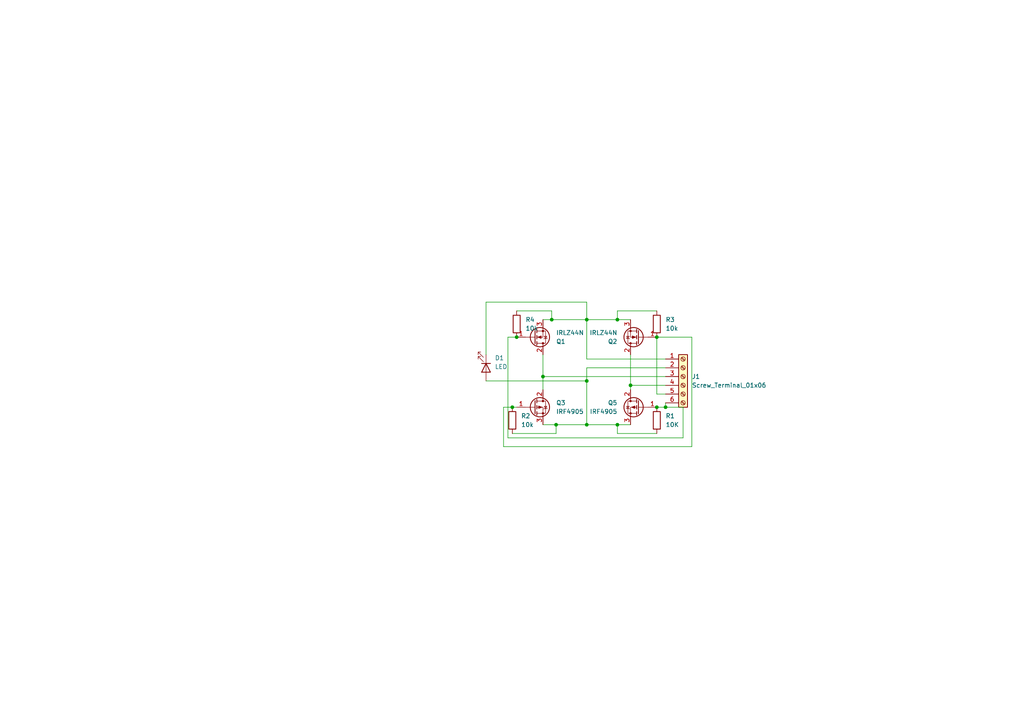
<source format=kicad_sch>
(kicad_sch
	(version 20231120)
	(generator "eeschema")
	(generator_version "8.0")
	(uuid "1695e9ef-ac52-4f5c-9e64-b3c4bf0304b5")
	(paper "A4")
	(lib_symbols
		(symbol "Connector:Screw_Terminal_01x06"
			(pin_names
				(offset 1.016) hide)
			(exclude_from_sim no)
			(in_bom yes)
			(on_board yes)
			(property "Reference" "J"
				(at 0 7.62 0)
				(effects
					(font
						(size 1.27 1.27)
					)
				)
			)
			(property "Value" "Screw_Terminal_01x06"
				(at 0 -10.16 0)
				(effects
					(font
						(size 1.27 1.27)
					)
				)
			)
			(property "Footprint" ""
				(at 0 0 0)
				(effects
					(font
						(size 1.27 1.27)
					)
					(hide yes)
				)
			)
			(property "Datasheet" "~"
				(at 0 0 0)
				(effects
					(font
						(size 1.27 1.27)
					)
					(hide yes)
				)
			)
			(property "Description" "Generic screw terminal, single row, 01x06, script generated (kicad-library-utils/schlib/autogen/connector/)"
				(at 0 0 0)
				(effects
					(font
						(size 1.27 1.27)
					)
					(hide yes)
				)
			)
			(property "ki_keywords" "screw terminal"
				(at 0 0 0)
				(effects
					(font
						(size 1.27 1.27)
					)
					(hide yes)
				)
			)
			(property "ki_fp_filters" "TerminalBlock*:*"
				(at 0 0 0)
				(effects
					(font
						(size 1.27 1.27)
					)
					(hide yes)
				)
			)
			(symbol "Screw_Terminal_01x06_1_1"
				(rectangle
					(start -1.27 6.35)
					(end 1.27 -8.89)
					(stroke
						(width 0.254)
						(type default)
					)
					(fill
						(type background)
					)
				)
				(circle
					(center 0 -7.62)
					(radius 0.635)
					(stroke
						(width 0.1524)
						(type default)
					)
					(fill
						(type none)
					)
				)
				(circle
					(center 0 -5.08)
					(radius 0.635)
					(stroke
						(width 0.1524)
						(type default)
					)
					(fill
						(type none)
					)
				)
				(circle
					(center 0 -2.54)
					(radius 0.635)
					(stroke
						(width 0.1524)
						(type default)
					)
					(fill
						(type none)
					)
				)
				(polyline
					(pts
						(xy -0.5334 -7.2898) (xy 0.3302 -8.128)
					)
					(stroke
						(width 0.1524)
						(type default)
					)
					(fill
						(type none)
					)
				)
				(polyline
					(pts
						(xy -0.5334 -4.7498) (xy 0.3302 -5.588)
					)
					(stroke
						(width 0.1524)
						(type default)
					)
					(fill
						(type none)
					)
				)
				(polyline
					(pts
						(xy -0.5334 -2.2098) (xy 0.3302 -3.048)
					)
					(stroke
						(width 0.1524)
						(type default)
					)
					(fill
						(type none)
					)
				)
				(polyline
					(pts
						(xy -0.5334 0.3302) (xy 0.3302 -0.508)
					)
					(stroke
						(width 0.1524)
						(type default)
					)
					(fill
						(type none)
					)
				)
				(polyline
					(pts
						(xy -0.5334 2.8702) (xy 0.3302 2.032)
					)
					(stroke
						(width 0.1524)
						(type default)
					)
					(fill
						(type none)
					)
				)
				(polyline
					(pts
						(xy -0.5334 5.4102) (xy 0.3302 4.572)
					)
					(stroke
						(width 0.1524)
						(type default)
					)
					(fill
						(type none)
					)
				)
				(polyline
					(pts
						(xy -0.3556 -7.112) (xy 0.508 -7.9502)
					)
					(stroke
						(width 0.1524)
						(type default)
					)
					(fill
						(type none)
					)
				)
				(polyline
					(pts
						(xy -0.3556 -4.572) (xy 0.508 -5.4102)
					)
					(stroke
						(width 0.1524)
						(type default)
					)
					(fill
						(type none)
					)
				)
				(polyline
					(pts
						(xy -0.3556 -2.032) (xy 0.508 -2.8702)
					)
					(stroke
						(width 0.1524)
						(type default)
					)
					(fill
						(type none)
					)
				)
				(polyline
					(pts
						(xy -0.3556 0.508) (xy 0.508 -0.3302)
					)
					(stroke
						(width 0.1524)
						(type default)
					)
					(fill
						(type none)
					)
				)
				(polyline
					(pts
						(xy -0.3556 3.048) (xy 0.508 2.2098)
					)
					(stroke
						(width 0.1524)
						(type default)
					)
					(fill
						(type none)
					)
				)
				(polyline
					(pts
						(xy -0.3556 5.588) (xy 0.508 4.7498)
					)
					(stroke
						(width 0.1524)
						(type default)
					)
					(fill
						(type none)
					)
				)
				(circle
					(center 0 0)
					(radius 0.635)
					(stroke
						(width 0.1524)
						(type default)
					)
					(fill
						(type none)
					)
				)
				(circle
					(center 0 2.54)
					(radius 0.635)
					(stroke
						(width 0.1524)
						(type default)
					)
					(fill
						(type none)
					)
				)
				(circle
					(center 0 5.08)
					(radius 0.635)
					(stroke
						(width 0.1524)
						(type default)
					)
					(fill
						(type none)
					)
				)
				(pin passive line
					(at -5.08 5.08 0)
					(length 3.81)
					(name "Pin_1"
						(effects
							(font
								(size 1.27 1.27)
							)
						)
					)
					(number "1"
						(effects
							(font
								(size 1.27 1.27)
							)
						)
					)
				)
				(pin passive line
					(at -5.08 2.54 0)
					(length 3.81)
					(name "Pin_2"
						(effects
							(font
								(size 1.27 1.27)
							)
						)
					)
					(number "2"
						(effects
							(font
								(size 1.27 1.27)
							)
						)
					)
				)
				(pin passive line
					(at -5.08 0 0)
					(length 3.81)
					(name "Pin_3"
						(effects
							(font
								(size 1.27 1.27)
							)
						)
					)
					(number "3"
						(effects
							(font
								(size 1.27 1.27)
							)
						)
					)
				)
				(pin passive line
					(at -5.08 -2.54 0)
					(length 3.81)
					(name "Pin_4"
						(effects
							(font
								(size 1.27 1.27)
							)
						)
					)
					(number "4"
						(effects
							(font
								(size 1.27 1.27)
							)
						)
					)
				)
				(pin passive line
					(at -5.08 -5.08 0)
					(length 3.81)
					(name "Pin_5"
						(effects
							(font
								(size 1.27 1.27)
							)
						)
					)
					(number "5"
						(effects
							(font
								(size 1.27 1.27)
							)
						)
					)
				)
				(pin passive line
					(at -5.08 -7.62 0)
					(length 3.81)
					(name "Pin_6"
						(effects
							(font
								(size 1.27 1.27)
							)
						)
					)
					(number "6"
						(effects
							(font
								(size 1.27 1.27)
							)
						)
					)
				)
			)
		)
		(symbol "Device:LED"
			(pin_numbers hide)
			(pin_names
				(offset 1.016) hide)
			(exclude_from_sim no)
			(in_bom yes)
			(on_board yes)
			(property "Reference" "D"
				(at 0 2.54 0)
				(effects
					(font
						(size 1.27 1.27)
					)
				)
			)
			(property "Value" "LED"
				(at 0 -2.54 0)
				(effects
					(font
						(size 1.27 1.27)
					)
				)
			)
			(property "Footprint" ""
				(at 0 0 0)
				(effects
					(font
						(size 1.27 1.27)
					)
					(hide yes)
				)
			)
			(property "Datasheet" "~"
				(at 0 0 0)
				(effects
					(font
						(size 1.27 1.27)
					)
					(hide yes)
				)
			)
			(property "Description" "Light emitting diode"
				(at 0 0 0)
				(effects
					(font
						(size 1.27 1.27)
					)
					(hide yes)
				)
			)
			(property "ki_keywords" "LED diode"
				(at 0 0 0)
				(effects
					(font
						(size 1.27 1.27)
					)
					(hide yes)
				)
			)
			(property "ki_fp_filters" "LED* LED_SMD:* LED_THT:*"
				(at 0 0 0)
				(effects
					(font
						(size 1.27 1.27)
					)
					(hide yes)
				)
			)
			(symbol "LED_0_1"
				(polyline
					(pts
						(xy -1.27 -1.27) (xy -1.27 1.27)
					)
					(stroke
						(width 0.254)
						(type default)
					)
					(fill
						(type none)
					)
				)
				(polyline
					(pts
						(xy -1.27 0) (xy 1.27 0)
					)
					(stroke
						(width 0)
						(type default)
					)
					(fill
						(type none)
					)
				)
				(polyline
					(pts
						(xy 1.27 -1.27) (xy 1.27 1.27) (xy -1.27 0) (xy 1.27 -1.27)
					)
					(stroke
						(width 0.254)
						(type default)
					)
					(fill
						(type none)
					)
				)
				(polyline
					(pts
						(xy -3.048 -0.762) (xy -4.572 -2.286) (xy -3.81 -2.286) (xy -4.572 -2.286) (xy -4.572 -1.524)
					)
					(stroke
						(width 0)
						(type default)
					)
					(fill
						(type none)
					)
				)
				(polyline
					(pts
						(xy -1.778 -0.762) (xy -3.302 -2.286) (xy -2.54 -2.286) (xy -3.302 -2.286) (xy -3.302 -1.524)
					)
					(stroke
						(width 0)
						(type default)
					)
					(fill
						(type none)
					)
				)
			)
			(symbol "LED_1_1"
				(pin passive line
					(at -3.81 0 0)
					(length 2.54)
					(name "K"
						(effects
							(font
								(size 1.27 1.27)
							)
						)
					)
					(number "1"
						(effects
							(font
								(size 1.27 1.27)
							)
						)
					)
				)
				(pin passive line
					(at 3.81 0 180)
					(length 2.54)
					(name "A"
						(effects
							(font
								(size 1.27 1.27)
							)
						)
					)
					(number "2"
						(effects
							(font
								(size 1.27 1.27)
							)
						)
					)
				)
			)
		)
		(symbol "Device:R"
			(pin_numbers hide)
			(pin_names
				(offset 0)
			)
			(exclude_from_sim no)
			(in_bom yes)
			(on_board yes)
			(property "Reference" "R"
				(at 2.032 0 90)
				(effects
					(font
						(size 1.27 1.27)
					)
				)
			)
			(property "Value" "R"
				(at 0 0 90)
				(effects
					(font
						(size 1.27 1.27)
					)
				)
			)
			(property "Footprint" ""
				(at -1.778 0 90)
				(effects
					(font
						(size 1.27 1.27)
					)
					(hide yes)
				)
			)
			(property "Datasheet" "~"
				(at 0 0 0)
				(effects
					(font
						(size 1.27 1.27)
					)
					(hide yes)
				)
			)
			(property "Description" "Resistor"
				(at 0 0 0)
				(effects
					(font
						(size 1.27 1.27)
					)
					(hide yes)
				)
			)
			(property "ki_keywords" "R res resistor"
				(at 0 0 0)
				(effects
					(font
						(size 1.27 1.27)
					)
					(hide yes)
				)
			)
			(property "ki_fp_filters" "R_*"
				(at 0 0 0)
				(effects
					(font
						(size 1.27 1.27)
					)
					(hide yes)
				)
			)
			(symbol "R_0_1"
				(rectangle
					(start -1.016 -2.54)
					(end 1.016 2.54)
					(stroke
						(width 0.254)
						(type default)
					)
					(fill
						(type none)
					)
				)
			)
			(symbol "R_1_1"
				(pin passive line
					(at 0 3.81 270)
					(length 1.27)
					(name "~"
						(effects
							(font
								(size 1.27 1.27)
							)
						)
					)
					(number "1"
						(effects
							(font
								(size 1.27 1.27)
							)
						)
					)
				)
				(pin passive line
					(at 0 -3.81 90)
					(length 1.27)
					(name "~"
						(effects
							(font
								(size 1.27 1.27)
							)
						)
					)
					(number "2"
						(effects
							(font
								(size 1.27 1.27)
							)
						)
					)
				)
			)
		)
		(symbol "Transistor_FET:IRF4905"
			(pin_names hide)
			(exclude_from_sim no)
			(in_bom yes)
			(on_board yes)
			(property "Reference" "Q"
				(at 5.08 1.905 0)
				(effects
					(font
						(size 1.27 1.27)
					)
					(justify left)
				)
			)
			(property "Value" "IRF4905"
				(at 5.08 0 0)
				(effects
					(font
						(size 1.27 1.27)
					)
					(justify left)
				)
			)
			(property "Footprint" "Package_TO_SOT_THT:TO-220-3_Vertical"
				(at 5.08 -1.905 0)
				(effects
					(font
						(size 1.27 1.27)
						(italic yes)
					)
					(justify left)
					(hide yes)
				)
			)
			(property "Datasheet" "http://www.infineon.com/dgdl/irf4905.pdf?fileId=5546d462533600a4015355e32165197c"
				(at 5.08 -3.81 0)
				(effects
					(font
						(size 1.27 1.27)
					)
					(justify left)
					(hide yes)
				)
			)
			(property "Description" "-74A Id, -55V Vds, Single P-Channel HEXFET Power MOSFET, 20mOhm Ron, TO-220AB"
				(at 0 0 0)
				(effects
					(font
						(size 1.27 1.27)
					)
					(hide yes)
				)
			)
			(property "ki_keywords" "Single P-Channel HEXFET Power MOSFET"
				(at 0 0 0)
				(effects
					(font
						(size 1.27 1.27)
					)
					(hide yes)
				)
			)
			(property "ki_fp_filters" "TO?220*"
				(at 0 0 0)
				(effects
					(font
						(size 1.27 1.27)
					)
					(hide yes)
				)
			)
			(symbol "IRF4905_0_1"
				(polyline
					(pts
						(xy 0.254 0) (xy -2.54 0)
					)
					(stroke
						(width 0)
						(type default)
					)
					(fill
						(type none)
					)
				)
				(polyline
					(pts
						(xy 0.254 1.905) (xy 0.254 -1.905)
					)
					(stroke
						(width 0.254)
						(type default)
					)
					(fill
						(type none)
					)
				)
				(polyline
					(pts
						(xy 0.762 -1.27) (xy 0.762 -2.286)
					)
					(stroke
						(width 0.254)
						(type default)
					)
					(fill
						(type none)
					)
				)
				(polyline
					(pts
						(xy 0.762 0.508) (xy 0.762 -0.508)
					)
					(stroke
						(width 0.254)
						(type default)
					)
					(fill
						(type none)
					)
				)
				(polyline
					(pts
						(xy 0.762 2.286) (xy 0.762 1.27)
					)
					(stroke
						(width 0.254)
						(type default)
					)
					(fill
						(type none)
					)
				)
				(polyline
					(pts
						(xy 2.54 2.54) (xy 2.54 1.778)
					)
					(stroke
						(width 0)
						(type default)
					)
					(fill
						(type none)
					)
				)
				(polyline
					(pts
						(xy 2.54 -2.54) (xy 2.54 0) (xy 0.762 0)
					)
					(stroke
						(width 0)
						(type default)
					)
					(fill
						(type none)
					)
				)
				(polyline
					(pts
						(xy 0.762 1.778) (xy 3.302 1.778) (xy 3.302 -1.778) (xy 0.762 -1.778)
					)
					(stroke
						(width 0)
						(type default)
					)
					(fill
						(type none)
					)
				)
				(polyline
					(pts
						(xy 2.286 0) (xy 1.27 0.381) (xy 1.27 -0.381) (xy 2.286 0)
					)
					(stroke
						(width 0)
						(type default)
					)
					(fill
						(type outline)
					)
				)
				(polyline
					(pts
						(xy 2.794 -0.508) (xy 2.921 -0.381) (xy 3.683 -0.381) (xy 3.81 -0.254)
					)
					(stroke
						(width 0)
						(type default)
					)
					(fill
						(type none)
					)
				)
				(polyline
					(pts
						(xy 3.302 -0.381) (xy 2.921 0.254) (xy 3.683 0.254) (xy 3.302 -0.381)
					)
					(stroke
						(width 0)
						(type default)
					)
					(fill
						(type none)
					)
				)
				(circle
					(center 1.651 0)
					(radius 2.794)
					(stroke
						(width 0.254)
						(type default)
					)
					(fill
						(type none)
					)
				)
				(circle
					(center 2.54 -1.778)
					(radius 0.254)
					(stroke
						(width 0)
						(type default)
					)
					(fill
						(type outline)
					)
				)
				(circle
					(center 2.54 1.778)
					(radius 0.254)
					(stroke
						(width 0)
						(type default)
					)
					(fill
						(type outline)
					)
				)
			)
			(symbol "IRF4905_1_1"
				(pin input line
					(at -5.08 0 0)
					(length 2.54)
					(name "G"
						(effects
							(font
								(size 1.27 1.27)
							)
						)
					)
					(number "1"
						(effects
							(font
								(size 1.27 1.27)
							)
						)
					)
				)
				(pin passive line
					(at 2.54 5.08 270)
					(length 2.54)
					(name "D"
						(effects
							(font
								(size 1.27 1.27)
							)
						)
					)
					(number "2"
						(effects
							(font
								(size 1.27 1.27)
							)
						)
					)
				)
				(pin passive line
					(at 2.54 -5.08 90)
					(length 2.54)
					(name "S"
						(effects
							(font
								(size 1.27 1.27)
							)
						)
					)
					(number "3"
						(effects
							(font
								(size 1.27 1.27)
							)
						)
					)
				)
			)
		)
		(symbol "Transistor_FET:IRLZ44N"
			(pin_names hide)
			(exclude_from_sim no)
			(in_bom yes)
			(on_board yes)
			(property "Reference" "Q"
				(at 5.08 1.905 0)
				(effects
					(font
						(size 1.27 1.27)
					)
					(justify left)
				)
			)
			(property "Value" "IRLZ44N"
				(at 5.08 0 0)
				(effects
					(font
						(size 1.27 1.27)
					)
					(justify left)
				)
			)
			(property "Footprint" "Package_TO_SOT_THT:TO-220-3_Vertical"
				(at 5.08 -1.905 0)
				(effects
					(font
						(size 1.27 1.27)
						(italic yes)
					)
					(justify left)
					(hide yes)
				)
			)
			(property "Datasheet" "http://www.irf.com/product-info/datasheets/data/irlz44n.pdf"
				(at 5.08 -3.81 0)
				(effects
					(font
						(size 1.27 1.27)
					)
					(justify left)
					(hide yes)
				)
			)
			(property "Description" "47A Id, 55V Vds, 22mOhm Rds Single N-Channel HEXFET Power MOSFET, TO-220AB"
				(at 0 0 0)
				(effects
					(font
						(size 1.27 1.27)
					)
					(hide yes)
				)
			)
			(property "ki_keywords" "N-Channel HEXFET MOSFET Logic-Level"
				(at 0 0 0)
				(effects
					(font
						(size 1.27 1.27)
					)
					(hide yes)
				)
			)
			(property "ki_fp_filters" "TO?220*"
				(at 0 0 0)
				(effects
					(font
						(size 1.27 1.27)
					)
					(hide yes)
				)
			)
			(symbol "IRLZ44N_0_1"
				(polyline
					(pts
						(xy 0.254 0) (xy -2.54 0)
					)
					(stroke
						(width 0)
						(type default)
					)
					(fill
						(type none)
					)
				)
				(polyline
					(pts
						(xy 0.254 1.905) (xy 0.254 -1.905)
					)
					(stroke
						(width 0.254)
						(type default)
					)
					(fill
						(type none)
					)
				)
				(polyline
					(pts
						(xy 0.762 -1.27) (xy 0.762 -2.286)
					)
					(stroke
						(width 0.254)
						(type default)
					)
					(fill
						(type none)
					)
				)
				(polyline
					(pts
						(xy 0.762 0.508) (xy 0.762 -0.508)
					)
					(stroke
						(width 0.254)
						(type default)
					)
					(fill
						(type none)
					)
				)
				(polyline
					(pts
						(xy 0.762 2.286) (xy 0.762 1.27)
					)
					(stroke
						(width 0.254)
						(type default)
					)
					(fill
						(type none)
					)
				)
				(polyline
					(pts
						(xy 2.54 2.54) (xy 2.54 1.778)
					)
					(stroke
						(width 0)
						(type default)
					)
					(fill
						(type none)
					)
				)
				(polyline
					(pts
						(xy 2.54 -2.54) (xy 2.54 0) (xy 0.762 0)
					)
					(stroke
						(width 0)
						(type default)
					)
					(fill
						(type none)
					)
				)
				(polyline
					(pts
						(xy 0.762 -1.778) (xy 3.302 -1.778) (xy 3.302 1.778) (xy 0.762 1.778)
					)
					(stroke
						(width 0)
						(type default)
					)
					(fill
						(type none)
					)
				)
				(polyline
					(pts
						(xy 1.016 0) (xy 2.032 0.381) (xy 2.032 -0.381) (xy 1.016 0)
					)
					(stroke
						(width 0)
						(type default)
					)
					(fill
						(type outline)
					)
				)
				(polyline
					(pts
						(xy 2.794 0.508) (xy 2.921 0.381) (xy 3.683 0.381) (xy 3.81 0.254)
					)
					(stroke
						(width 0)
						(type default)
					)
					(fill
						(type none)
					)
				)
				(polyline
					(pts
						(xy 3.302 0.381) (xy 2.921 -0.254) (xy 3.683 -0.254) (xy 3.302 0.381)
					)
					(stroke
						(width 0)
						(type default)
					)
					(fill
						(type none)
					)
				)
				(circle
					(center 1.651 0)
					(radius 2.794)
					(stroke
						(width 0.254)
						(type default)
					)
					(fill
						(type none)
					)
				)
				(circle
					(center 2.54 -1.778)
					(radius 0.254)
					(stroke
						(width 0)
						(type default)
					)
					(fill
						(type outline)
					)
				)
				(circle
					(center 2.54 1.778)
					(radius 0.254)
					(stroke
						(width 0)
						(type default)
					)
					(fill
						(type outline)
					)
				)
			)
			(symbol "IRLZ44N_1_1"
				(pin input line
					(at -5.08 0 0)
					(length 2.54)
					(name "G"
						(effects
							(font
								(size 1.27 1.27)
							)
						)
					)
					(number "1"
						(effects
							(font
								(size 1.27 1.27)
							)
						)
					)
				)
				(pin passive line
					(at 2.54 5.08 270)
					(length 2.54)
					(name "D"
						(effects
							(font
								(size 1.27 1.27)
							)
						)
					)
					(number "2"
						(effects
							(font
								(size 1.27 1.27)
							)
						)
					)
				)
				(pin passive line
					(at 2.54 -5.08 90)
					(length 2.54)
					(name "S"
						(effects
							(font
								(size 1.27 1.27)
							)
						)
					)
					(number "3"
						(effects
							(font
								(size 1.27 1.27)
							)
						)
					)
				)
			)
		)
	)
	(junction
		(at 161.29 123.19)
		(diameter 0)
		(color 0 0 0 0)
		(uuid "0ac53633-84c3-4f5d-9db7-3c745e0cdf53")
	)
	(junction
		(at 148.59 118.11)
		(diameter 0)
		(color 0 0 0 0)
		(uuid "18c753f3-e49d-4926-9caa-46f10094d659")
	)
	(junction
		(at 190.5 97.79)
		(diameter 0)
		(color 0 0 0 0)
		(uuid "1a043648-89a7-400f-8579-9c0fd929737e")
	)
	(junction
		(at 170.18 92.71)
		(diameter 0)
		(color 0 0 0 0)
		(uuid "3ad92d7b-dd17-4ffa-931f-236b80526e87")
	)
	(junction
		(at 149.86 97.79)
		(diameter 0)
		(color 0 0 0 0)
		(uuid "680a1731-8010-4e9f-8e9f-d5913f1637cb")
	)
	(junction
		(at 179.07 92.71)
		(diameter 0)
		(color 0 0 0 0)
		(uuid "6f543d6d-1044-4d56-8c52-9f3525ea4722")
	)
	(junction
		(at 190.5 118.11)
		(diameter 0)
		(color 0 0 0 0)
		(uuid "851b805d-3db9-4fbc-8967-5077768fddfa")
	)
	(junction
		(at 182.88 111.76)
		(diameter 0)
		(color 0 0 0 0)
		(uuid "89dc4adc-9e86-485c-acd4-32f01ce7ed72")
	)
	(junction
		(at 170.18 110.49)
		(diameter 0)
		(color 0 0 0 0)
		(uuid "89f93c80-9795-4b28-9e0a-672b9629cc4c")
	)
	(junction
		(at 160.02 92.71)
		(diameter 0)
		(color 0 0 0 0)
		(uuid "a41a52dd-a91f-45cf-8676-2bfdb5c33f9d")
	)
	(junction
		(at 193.04 118.11)
		(diameter 0)
		(color 0 0 0 0)
		(uuid "acc5bb9a-b9ad-44e7-94ba-52616ca3dbe0")
	)
	(junction
		(at 179.07 123.19)
		(diameter 0)
		(color 0 0 0 0)
		(uuid "d158fdcc-ac38-400f-b895-97d6d3e65a4f")
	)
	(junction
		(at 157.48 109.22)
		(diameter 0)
		(color 0 0 0 0)
		(uuid "ed0f91f0-2bba-45c6-a697-1957330546db")
	)
	(junction
		(at 170.18 123.19)
		(diameter 0)
		(color 0 0 0 0)
		(uuid "fd69f7eb-5ab0-4c3e-a4a4-d49100646c38")
	)
	(wire
		(pts
			(xy 146.05 118.11) (xy 146.05 129.54)
		)
		(stroke
			(width 0)
			(type default)
		)
		(uuid "060a2505-a313-41e9-b808-61cb90f70643")
	)
	(wire
		(pts
			(xy 193.04 106.68) (xy 170.18 106.68)
		)
		(stroke
			(width 0)
			(type default)
		)
		(uuid "1b9e4a5f-4481-4cce-bb40-9c393072b472")
	)
	(wire
		(pts
			(xy 193.04 118.11) (xy 190.5 118.11)
		)
		(stroke
			(width 0)
			(type default)
		)
		(uuid "1fee9ea1-cf10-41ce-aea2-82f0d76bd14c")
	)
	(wire
		(pts
			(xy 147.32 127) (xy 198.12 127)
		)
		(stroke
			(width 0)
			(type default)
		)
		(uuid "287c9b2a-477f-432b-b662-3b7f8de20b50")
	)
	(wire
		(pts
			(xy 190.5 125.73) (xy 179.07 125.73)
		)
		(stroke
			(width 0)
			(type default)
		)
		(uuid "29770868-3e0a-4ba3-84c9-684ea0fec02b")
	)
	(wire
		(pts
			(xy 149.86 90.17) (xy 160.02 90.17)
		)
		(stroke
			(width 0)
			(type default)
		)
		(uuid "2dfddbf9-6fcb-4452-821d-7b0e311627b0")
	)
	(wire
		(pts
			(xy 140.97 110.49) (xy 170.18 110.49)
		)
		(stroke
			(width 0)
			(type default)
		)
		(uuid "31a5952a-981e-4dcf-a6ad-ca959c601166")
	)
	(wire
		(pts
			(xy 170.18 110.49) (xy 170.18 123.19)
		)
		(stroke
			(width 0)
			(type default)
		)
		(uuid "32cee59b-4540-422c-8bd8-d39bc1ee3b22")
	)
	(wire
		(pts
			(xy 179.07 90.17) (xy 179.07 92.71)
		)
		(stroke
			(width 0)
			(type default)
		)
		(uuid "36021d0a-00fc-4885-84e5-87d42ea82747")
	)
	(wire
		(pts
			(xy 190.5 114.3) (xy 190.5 97.79)
		)
		(stroke
			(width 0)
			(type default)
		)
		(uuid "3d406df6-8f6e-4c97-95c2-c3f58fb66b75")
	)
	(wire
		(pts
			(xy 160.02 90.17) (xy 160.02 92.71)
		)
		(stroke
			(width 0)
			(type default)
		)
		(uuid "3fe4517f-2fa3-4db3-aafa-f7597abdb6b3")
	)
	(wire
		(pts
			(xy 148.59 118.11) (xy 146.05 118.11)
		)
		(stroke
			(width 0)
			(type default)
		)
		(uuid "47dd3603-23a1-4e73-81c9-26b0d7d754b8")
	)
	(wire
		(pts
			(xy 148.59 125.73) (xy 161.29 125.73)
		)
		(stroke
			(width 0)
			(type default)
		)
		(uuid "599d942e-157d-4b9c-983b-c5c0e480354e")
	)
	(wire
		(pts
			(xy 157.48 109.22) (xy 193.04 109.22)
		)
		(stroke
			(width 0)
			(type default)
		)
		(uuid "5e2c0579-233c-4c97-98b7-40075656bbc5")
	)
	(wire
		(pts
			(xy 190.5 90.17) (xy 179.07 90.17)
		)
		(stroke
			(width 0)
			(type default)
		)
		(uuid "6292561f-4628-436b-97a0-5170c442a822")
	)
	(wire
		(pts
			(xy 198.12 118.11) (xy 198.12 127)
		)
		(stroke
			(width 0)
			(type default)
		)
		(uuid "63479b05-0808-478d-8c79-66e638acead2")
	)
	(wire
		(pts
			(xy 182.88 111.76) (xy 193.04 111.76)
		)
		(stroke
			(width 0)
			(type default)
		)
		(uuid "6df75d21-575b-41e1-b717-6686e4377e15")
	)
	(wire
		(pts
			(xy 157.48 123.19) (xy 161.29 123.19)
		)
		(stroke
			(width 0)
			(type default)
		)
		(uuid "6fccd3f9-3f75-4aff-9326-450a1992d0c2")
	)
	(wire
		(pts
			(xy 161.29 123.19) (xy 170.18 123.19)
		)
		(stroke
			(width 0)
			(type default)
		)
		(uuid "70410ebb-a4db-4508-ad32-6a5e8ad32cdb")
	)
	(wire
		(pts
			(xy 170.18 106.68) (xy 170.18 110.49)
		)
		(stroke
			(width 0)
			(type default)
		)
		(uuid "74787394-48c6-44af-9551-1276503c4886")
	)
	(wire
		(pts
			(xy 170.18 87.63) (xy 170.18 92.71)
		)
		(stroke
			(width 0)
			(type default)
		)
		(uuid "7cbe6bd4-eda3-437e-aa1d-0655de16ebb7")
	)
	(wire
		(pts
			(xy 170.18 92.71) (xy 179.07 92.71)
		)
		(stroke
			(width 0)
			(type default)
		)
		(uuid "7d0e7681-cb36-4b9e-ab23-cb127f52abc6")
	)
	(wire
		(pts
			(xy 146.05 129.54) (xy 200.66 129.54)
		)
		(stroke
			(width 0)
			(type default)
		)
		(uuid "8314e749-3d3b-42a3-808e-7d6e161ed875")
	)
	(wire
		(pts
			(xy 147.32 97.79) (xy 149.86 97.79)
		)
		(stroke
			(width 0)
			(type default)
		)
		(uuid "90bf673a-5e0d-4a4c-b3d7-1bc61ac53eb0")
	)
	(wire
		(pts
			(xy 200.66 97.79) (xy 190.5 97.79)
		)
		(stroke
			(width 0)
			(type default)
		)
		(uuid "93276d5d-6e7b-4e06-b162-161290eac0c8")
	)
	(wire
		(pts
			(xy 157.48 102.87) (xy 157.48 109.22)
		)
		(stroke
			(width 0)
			(type default)
		)
		(uuid "93b677db-d2c5-439b-b10b-d930f5c25ae7")
	)
	(wire
		(pts
			(xy 179.07 92.71) (xy 182.88 92.71)
		)
		(stroke
			(width 0)
			(type default)
		)
		(uuid "987573d4-1c05-4dbd-8aff-142f2a02e76e")
	)
	(wire
		(pts
			(xy 161.29 125.73) (xy 161.29 123.19)
		)
		(stroke
			(width 0)
			(type default)
		)
		(uuid "9a13cb12-eb33-4b01-96bd-530e4ce6625f")
	)
	(wire
		(pts
			(xy 140.97 102.87) (xy 140.97 87.63)
		)
		(stroke
			(width 0)
			(type default)
		)
		(uuid "9da18f63-6f61-4429-a169-006352724b1a")
	)
	(wire
		(pts
			(xy 170.18 104.14) (xy 170.18 92.71)
		)
		(stroke
			(width 0)
			(type default)
		)
		(uuid "a9250542-e8b6-44ef-88cf-a732bd64cfa0")
	)
	(wire
		(pts
			(xy 182.88 102.87) (xy 182.88 111.76)
		)
		(stroke
			(width 0)
			(type default)
		)
		(uuid "b4c259a0-cfdb-4d51-9c2e-3ac6ed9701e0")
	)
	(wire
		(pts
			(xy 179.07 123.19) (xy 182.88 123.19)
		)
		(stroke
			(width 0)
			(type default)
		)
		(uuid "bc5761d1-ca0b-44ef-908a-83b55fba787a")
	)
	(wire
		(pts
			(xy 170.18 123.19) (xy 179.07 123.19)
		)
		(stroke
			(width 0)
			(type default)
		)
		(uuid "c136e847-1f8c-487f-b792-6b4c5f49e30b")
	)
	(wire
		(pts
			(xy 148.59 118.11) (xy 149.86 118.11)
		)
		(stroke
			(width 0)
			(type default)
		)
		(uuid "c48fd8cd-2729-40ae-bfaa-4bef60d30780")
	)
	(wire
		(pts
			(xy 182.88 111.76) (xy 182.88 113.03)
		)
		(stroke
			(width 0)
			(type default)
		)
		(uuid "c4bcfa07-badb-4762-97e7-b22602fe00c8")
	)
	(wire
		(pts
			(xy 157.48 109.22) (xy 157.48 113.03)
		)
		(stroke
			(width 0)
			(type default)
		)
		(uuid "cd1d9139-cbcc-43d9-a61d-5296d7306698")
	)
	(wire
		(pts
			(xy 200.66 97.79) (xy 200.66 129.54)
		)
		(stroke
			(width 0)
			(type default)
		)
		(uuid "cde30695-bdec-4431-b7dc-788a6da5a5e9")
	)
	(wire
		(pts
			(xy 160.02 92.71) (xy 170.18 92.71)
		)
		(stroke
			(width 0)
			(type default)
		)
		(uuid "ce28a177-8a21-4323-9dd8-2b11e93039cb")
	)
	(wire
		(pts
			(xy 193.04 116.84) (xy 193.04 118.11)
		)
		(stroke
			(width 0)
			(type default)
		)
		(uuid "d57ae4e5-c45a-473a-a105-509ea4a3c5ee")
	)
	(wire
		(pts
			(xy 193.04 104.14) (xy 170.18 104.14)
		)
		(stroke
			(width 0)
			(type default)
		)
		(uuid "da2be55d-5368-4a6f-90c7-d7493e783873")
	)
	(wire
		(pts
			(xy 147.32 97.79) (xy 147.32 127)
		)
		(stroke
			(width 0)
			(type default)
		)
		(uuid "dbc2c427-8318-4255-903c-d88186e963d4")
	)
	(wire
		(pts
			(xy 157.48 92.71) (xy 160.02 92.71)
		)
		(stroke
			(width 0)
			(type default)
		)
		(uuid "e24f94ac-2b3e-420e-9372-c48686e76836")
	)
	(wire
		(pts
			(xy 179.07 125.73) (xy 179.07 123.19)
		)
		(stroke
			(width 0)
			(type default)
		)
		(uuid "f2fe61a2-a6d9-4131-8fda-e067cd0d1e8f")
	)
	(wire
		(pts
			(xy 198.12 118.11) (xy 193.04 118.11)
		)
		(stroke
			(width 0)
			(type default)
		)
		(uuid "f491f239-2497-4ae7-80f1-7aa3f1fb9e21")
	)
	(wire
		(pts
			(xy 193.04 114.3) (xy 190.5 114.3)
		)
		(stroke
			(width 0)
			(type default)
		)
		(uuid "fbae9509-6dea-4fa4-99f3-640c8ec50d0e")
	)
	(wire
		(pts
			(xy 140.97 87.63) (xy 170.18 87.63)
		)
		(stroke
			(width 0)
			(type default)
		)
		(uuid "fc6fa499-6bf3-43ce-bbe1-16704824c090")
	)
	(symbol
		(lib_id "Device:R")
		(at 148.59 121.92 0)
		(unit 1)
		(exclude_from_sim no)
		(in_bom yes)
		(on_board yes)
		(dnp no)
		(fields_autoplaced yes)
		(uuid "16fb5bc4-275c-4eb1-975e-89f222119099")
		(property "Reference" "R2"
			(at 151.13 120.6499 0)
			(effects
				(font
					(size 1.27 1.27)
				)
				(justify left)
			)
		)
		(property "Value" "10k"
			(at 151.13 123.1899 0)
			(effects
				(font
					(size 1.27 1.27)
				)
				(justify left)
			)
		)
		(property "Footprint" "Resistor_THT:R_Axial_DIN0207_L6.3mm_D2.5mm_P10.16mm_Horizontal"
			(at 146.812 121.92 90)
			(effects
				(font
					(size 1.27 1.27)
				)
				(hide yes)
			)
		)
		(property "Datasheet" "~"
			(at 148.59 121.92 0)
			(effects
				(font
					(size 1.27 1.27)
				)
				(hide yes)
			)
		)
		(property "Description" "Resistor"
			(at 148.59 121.92 0)
			(effects
				(font
					(size 1.27 1.27)
				)
				(hide yes)
			)
		)
		(pin "1"
			(uuid "dcb965b0-b008-4954-9ee1-0044d53633e5")
		)
		(pin "2"
			(uuid "08d9d40b-2994-40dd-a15e-1ad3619dff4a")
		)
		(instances
			(project "first proper pcb"
				(path "/1695e9ef-ac52-4f5c-9e64-b3c4bf0304b5"
					(reference "R2")
					(unit 1)
				)
			)
		)
	)
	(symbol
		(lib_id "Transistor_FET:IRF4905")
		(at 185.42 118.11 0)
		(mirror y)
		(unit 1)
		(exclude_from_sim no)
		(in_bom yes)
		(on_board yes)
		(dnp no)
		(uuid "3e34ccbe-8833-47d0-b06f-8f537c308629")
		(property "Reference" "Q5"
			(at 179.07 116.8399 0)
			(effects
				(font
					(size 1.27 1.27)
				)
				(justify left)
			)
		)
		(property "Value" "IRF4905"
			(at 179.07 119.3799 0)
			(effects
				(font
					(size 1.27 1.27)
				)
				(justify left)
			)
		)
		(property "Footprint" "Package_TO_SOT_THT:TO-220-3_Vertical"
			(at 180.34 120.015 0)
			(effects
				(font
					(size 1.27 1.27)
					(italic yes)
				)
				(justify left)
				(hide yes)
			)
		)
		(property "Datasheet" "http://www.infineon.com/dgdl/irf4905.pdf?fileId=5546d462533600a4015355e32165197c"
			(at 180.34 121.92 0)
			(effects
				(font
					(size 1.27 1.27)
				)
				(justify left)
				(hide yes)
			)
		)
		(property "Description" "-74A Id, -55V Vds, Single P-Channel HEXFET Power MOSFET, 20mOhm Ron, TO-220AB"
			(at 185.42 118.11 0)
			(effects
				(font
					(size 1.27 1.27)
				)
				(hide yes)
			)
		)
		(pin "2"
			(uuid "6224044b-2689-41ab-b88b-46a9f142eddd")
		)
		(pin "3"
			(uuid "e5fe871c-e645-4654-986c-3fd938b41ed5")
		)
		(pin "1"
			(uuid "ee52ce52-efa6-4102-a0d6-73e40ffe6d9c")
		)
		(instances
			(project ""
				(path "/1695e9ef-ac52-4f5c-9e64-b3c4bf0304b5"
					(reference "Q5")
					(unit 1)
				)
			)
		)
	)
	(symbol
		(lib_id "Device:R")
		(at 190.5 121.92 0)
		(unit 1)
		(exclude_from_sim no)
		(in_bom yes)
		(on_board yes)
		(dnp no)
		(fields_autoplaced yes)
		(uuid "4ec8619d-2e71-44cf-9a25-5ed8b118c819")
		(property "Reference" "R1"
			(at 193.04 120.6499 0)
			(effects
				(font
					(size 1.27 1.27)
				)
				(justify left)
			)
		)
		(property "Value" "10K"
			(at 193.04 123.1899 0)
			(effects
				(font
					(size 1.27 1.27)
				)
				(justify left)
			)
		)
		(property "Footprint" "Resistor_THT:R_Axial_DIN0207_L6.3mm_D2.5mm_P10.16mm_Horizontal"
			(at 188.722 121.92 90)
			(effects
				(font
					(size 1.27 1.27)
				)
				(hide yes)
			)
		)
		(property "Datasheet" "~"
			(at 190.5 121.92 0)
			(effects
				(font
					(size 1.27 1.27)
				)
				(hide yes)
			)
		)
		(property "Description" "Resistor"
			(at 190.5 121.92 0)
			(effects
				(font
					(size 1.27 1.27)
				)
				(hide yes)
			)
		)
		(property "cc" "cc"
			(at 190.5 121.92 0)
			(effects
				(font
					(size 1.27 1.27)
				)
				(hide yes)
			)
		)
		(pin "1"
			(uuid "ef8cf11a-0f3f-4e45-8382-e9d464ed0628")
		)
		(pin "2"
			(uuid "9ac9a109-fdaa-4ea3-91b2-7522d912f9fb")
		)
		(instances
			(project ""
				(path "/1695e9ef-ac52-4f5c-9e64-b3c4bf0304b5"
					(reference "R1")
					(unit 1)
				)
			)
		)
	)
	(symbol
		(lib_id "Device:R")
		(at 149.86 93.98 0)
		(unit 1)
		(exclude_from_sim no)
		(in_bom yes)
		(on_board yes)
		(dnp no)
		(fields_autoplaced yes)
		(uuid "613f4b3f-f8ab-456a-a9cb-183b35f9bb7f")
		(property "Reference" "R4"
			(at 152.4 92.7099 0)
			(effects
				(font
					(size 1.27 1.27)
				)
				(justify left)
			)
		)
		(property "Value" "10k"
			(at 152.4 95.2499 0)
			(effects
				(font
					(size 1.27 1.27)
				)
				(justify left)
			)
		)
		(property "Footprint" "Resistor_THT:R_Axial_DIN0207_L6.3mm_D2.5mm_P10.16mm_Horizontal"
			(at 148.082 93.98 90)
			(effects
				(font
					(size 1.27 1.27)
				)
				(hide yes)
			)
		)
		(property "Datasheet" "~"
			(at 149.86 93.98 0)
			(effects
				(font
					(size 1.27 1.27)
				)
				(hide yes)
			)
		)
		(property "Description" "Resistor"
			(at 149.86 93.98 0)
			(effects
				(font
					(size 1.27 1.27)
				)
				(hide yes)
			)
		)
		(pin "1"
			(uuid "dfe2fd9a-4c0c-44b8-85a5-cdf15021febb")
		)
		(pin "2"
			(uuid "448d1350-3624-42ef-90cb-786b82121799")
		)
		(instances
			(project "first proper pcb"
				(path "/1695e9ef-ac52-4f5c-9e64-b3c4bf0304b5"
					(reference "R4")
					(unit 1)
				)
			)
		)
	)
	(symbol
		(lib_id "Device:R")
		(at 190.5 93.98 0)
		(unit 1)
		(exclude_from_sim no)
		(in_bom yes)
		(on_board yes)
		(dnp no)
		(fields_autoplaced yes)
		(uuid "75c47807-9a0c-433b-a802-0e7a9ccbff31")
		(property "Reference" "R3"
			(at 193.04 92.7099 0)
			(effects
				(font
					(size 1.27 1.27)
				)
				(justify left)
			)
		)
		(property "Value" "10k"
			(at 193.04 95.2499 0)
			(effects
				(font
					(size 1.27 1.27)
				)
				(justify left)
			)
		)
		(property "Footprint" "Resistor_THT:R_Axial_DIN0207_L6.3mm_D2.5mm_P10.16mm_Horizontal"
			(at 188.722 93.98 90)
			(effects
				(font
					(size 1.27 1.27)
				)
				(hide yes)
			)
		)
		(property "Datasheet" "~"
			(at 190.5 93.98 0)
			(effects
				(font
					(size 1.27 1.27)
				)
				(hide yes)
			)
		)
		(property "Description" "Resistor"
			(at 190.5 93.98 0)
			(effects
				(font
					(size 1.27 1.27)
				)
				(hide yes)
			)
		)
		(pin "1"
			(uuid "a988724b-00cf-4ede-8626-2b973036fa65")
		)
		(pin "2"
			(uuid "2d344b63-5008-4ca9-b108-631a65126e3b")
		)
		(instances
			(project "first proper pcb"
				(path "/1695e9ef-ac52-4f5c-9e64-b3c4bf0304b5"
					(reference "R3")
					(unit 1)
				)
			)
		)
	)
	(symbol
		(lib_id "Transistor_FET:IRLZ44N")
		(at 185.42 97.79 180)
		(unit 1)
		(exclude_from_sim no)
		(in_bom yes)
		(on_board yes)
		(dnp no)
		(uuid "93591a49-69b1-419d-b2f8-bdfdb41bc818")
		(property "Reference" "Q2"
			(at 179.07 99.0601 0)
			(effects
				(font
					(size 1.27 1.27)
				)
				(justify left)
			)
		)
		(property "Value" "IRLZ44N"
			(at 179.07 96.5201 0)
			(effects
				(font
					(size 1.27 1.27)
				)
				(justify left)
			)
		)
		(property "Footprint" "Package_TO_SOT_THT:TO-220-3_Vertical"
			(at 180.34 95.885 0)
			(effects
				(font
					(size 1.27 1.27)
					(italic yes)
				)
				(justify left)
				(hide yes)
			)
		)
		(property "Datasheet" "http://www.irf.com/product-info/datasheets/data/irlz44n.pdf"
			(at 180.34 93.98 0)
			(effects
				(font
					(size 1.27 1.27)
				)
				(justify left)
				(hide yes)
			)
		)
		(property "Description" "47A Id, 55V Vds, 22mOhm Rds Single N-Channel HEXFET Power MOSFET, TO-220AB"
			(at 185.42 97.79 0)
			(effects
				(font
					(size 1.27 1.27)
				)
				(hide yes)
			)
		)
		(pin "1"
			(uuid "3b49b6d1-37ee-4d58-a9cd-4f406332595c")
		)
		(pin "2"
			(uuid "2562e178-6360-4d1f-9a75-e6f8370d8429")
		)
		(pin "3"
			(uuid "f0dfce79-41fb-4bed-a1b9-5c2d8a85f5ba")
		)
		(instances
			(project "first proper pcb"
				(path "/1695e9ef-ac52-4f5c-9e64-b3c4bf0304b5"
					(reference "Q2")
					(unit 1)
				)
			)
		)
	)
	(symbol
		(lib_id "Connector:Screw_Terminal_01x06")
		(at 198.12 109.22 0)
		(unit 1)
		(exclude_from_sim no)
		(in_bom yes)
		(on_board yes)
		(dnp no)
		(fields_autoplaced yes)
		(uuid "98c37f67-aa60-4313-ab54-f1dc0cb53f8d")
		(property "Reference" "J1"
			(at 200.66 109.2199 0)
			(effects
				(font
					(size 1.27 1.27)
				)
				(justify left)
			)
		)
		(property "Value" "Screw_Terminal_01x06"
			(at 200.66 111.7599 0)
			(effects
				(font
					(size 1.27 1.27)
				)
				(justify left)
			)
		)
		(property "Footprint" "TerminalBlock_4Ucon:TerminalBlock_4Ucon_1x06_P3.50mm_Horizontal"
			(at 198.12 109.22 0)
			(effects
				(font
					(size 1.27 1.27)
				)
				(hide yes)
			)
		)
		(property "Datasheet" "~"
			(at 198.12 109.22 0)
			(effects
				(font
					(size 1.27 1.27)
				)
				(hide yes)
			)
		)
		(property "Description" "Generic screw terminal, single row, 01x06, script generated (kicad-library-utils/schlib/autogen/connector/)"
			(at 198.12 109.22 0)
			(effects
				(font
					(size 1.27 1.27)
				)
				(hide yes)
			)
		)
		(pin "1"
			(uuid "f56c5e63-a2dd-48b0-a19a-6560f645a285")
		)
		(pin "5"
			(uuid "6d1ab73d-0c9b-4624-9146-4d979e6b79dc")
		)
		(pin "3"
			(uuid "5c898f41-1cdd-4e0a-aa14-2ce8a1d49059")
		)
		(pin "2"
			(uuid "db9c1904-4bed-4d96-989e-4ad507dc0c56")
		)
		(pin "4"
			(uuid "cf74a2a2-52bd-428a-8374-2c8b334bfbb6")
		)
		(pin "6"
			(uuid "0c95b0a7-44b2-4228-9369-2b9530a7357d")
		)
		(instances
			(project ""
				(path "/1695e9ef-ac52-4f5c-9e64-b3c4bf0304b5"
					(reference "J1")
					(unit 1)
				)
			)
		)
	)
	(symbol
		(lib_id "Transistor_FET:IRF4905")
		(at 154.94 118.11 0)
		(unit 1)
		(exclude_from_sim no)
		(in_bom yes)
		(on_board yes)
		(dnp no)
		(fields_autoplaced yes)
		(uuid "baad971c-ffc9-4979-8cbd-63cf78674300")
		(property "Reference" "Q3"
			(at 161.29 116.8399 0)
			(effects
				(font
					(size 1.27 1.27)
				)
				(justify left)
			)
		)
		(property "Value" "IRF4905"
			(at 161.29 119.3799 0)
			(effects
				(font
					(size 1.27 1.27)
				)
				(justify left)
			)
		)
		(property "Footprint" "Package_TO_SOT_THT:TO-220-3_Vertical"
			(at 160.02 120.015 0)
			(effects
				(font
					(size 1.27 1.27)
					(italic yes)
				)
				(justify left)
				(hide yes)
			)
		)
		(property "Datasheet" "http://www.infineon.com/dgdl/irf4905.pdf?fileId=5546d462533600a4015355e32165197c"
			(at 160.02 121.92 0)
			(effects
				(font
					(size 1.27 1.27)
				)
				(justify left)
				(hide yes)
			)
		)
		(property "Description" "-74A Id, -55V Vds, Single P-Channel HEXFET Power MOSFET, 20mOhm Ron, TO-220AB"
			(at 154.94 118.11 0)
			(effects
				(font
					(size 1.27 1.27)
				)
				(hide yes)
			)
		)
		(pin "2"
			(uuid "f4be4706-52a6-4997-9195-335ab85aaf44")
		)
		(pin "3"
			(uuid "93e66559-ba31-4a35-8fc1-5ddcb89d653f")
		)
		(pin "1"
			(uuid "90efede7-3515-4413-8764-b044e16527ed")
		)
		(instances
			(project "first proper pcb"
				(path "/1695e9ef-ac52-4f5c-9e64-b3c4bf0304b5"
					(reference "Q3")
					(unit 1)
				)
			)
		)
	)
	(symbol
		(lib_id "Device:LED")
		(at 140.97 106.68 270)
		(unit 1)
		(exclude_from_sim no)
		(in_bom yes)
		(on_board yes)
		(dnp no)
		(fields_autoplaced yes)
		(uuid "dcdf866c-3a8e-4df3-8fae-6a617e5492eb")
		(property "Reference" "D1"
			(at 143.51 103.8224 90)
			(effects
				(font
					(size 1.27 1.27)
				)
				(justify left)
			)
		)
		(property "Value" "LED"
			(at 143.51 106.3624 90)
			(effects
				(font
					(size 1.27 1.27)
				)
				(justify left)
			)
		)
		(property "Footprint" "LED_THT:LED_D5.0mm_Clear"
			(at 140.97 106.68 0)
			(effects
				(font
					(size 1.27 1.27)
				)
				(hide yes)
			)
		)
		(property "Datasheet" "~"
			(at 140.97 106.68 0)
			(effects
				(font
					(size 1.27 1.27)
				)
				(hide yes)
			)
		)
		(property "Description" "Light emitting diode"
			(at 140.97 106.68 0)
			(effects
				(font
					(size 1.27 1.27)
				)
				(hide yes)
			)
		)
		(pin "1"
			(uuid "a5971e68-8127-4316-a9a6-bef9462d5b28")
		)
		(pin "2"
			(uuid "7754c636-497d-4666-8e94-74b8267e6e8b")
		)
		(instances
			(project ""
				(path "/1695e9ef-ac52-4f5c-9e64-b3c4bf0304b5"
					(reference "D1")
					(unit 1)
				)
			)
		)
	)
	(symbol
		(lib_id "Transistor_FET:IRLZ44N")
		(at 154.94 97.79 0)
		(mirror x)
		(unit 1)
		(exclude_from_sim no)
		(in_bom yes)
		(on_board yes)
		(dnp no)
		(uuid "ec2bf235-f48c-4880-8383-612976a9eb7e")
		(property "Reference" "Q1"
			(at 161.29 99.0601 0)
			(effects
				(font
					(size 1.27 1.27)
				)
				(justify left)
			)
		)
		(property "Value" "IRLZ44N"
			(at 161.29 96.5201 0)
			(effects
				(font
					(size 1.27 1.27)
				)
				(justify left)
			)
		)
		(property "Footprint" "Package_TO_SOT_THT:TO-220-3_Vertical"
			(at 160.02 95.885 0)
			(effects
				(font
					(size 1.27 1.27)
					(italic yes)
				)
				(justify left)
				(hide yes)
			)
		)
		(property "Datasheet" "http://www.irf.com/product-info/datasheets/data/irlz44n.pdf"
			(at 160.02 93.98 0)
			(effects
				(font
					(size 1.27 1.27)
				)
				(justify left)
				(hide yes)
			)
		)
		(property "Description" "47A Id, 55V Vds, 22mOhm Rds Single N-Channel HEXFET Power MOSFET, TO-220AB"
			(at 154.94 97.79 0)
			(effects
				(font
					(size 1.27 1.27)
				)
				(hide yes)
			)
		)
		(pin "1"
			(uuid "7a9fc550-95dc-48db-89bc-562e4b6941c9")
		)
		(pin "2"
			(uuid "0d53af34-4c54-43d4-a594-b5644aeb217f")
		)
		(pin "3"
			(uuid "ba841a42-da65-496b-9272-b1aa09f23f29")
		)
		(instances
			(project ""
				(path "/1695e9ef-ac52-4f5c-9e64-b3c4bf0304b5"
					(reference "Q1")
					(unit 1)
				)
			)
		)
	)
	(sheet_instances
		(path "/"
			(page "1")
		)
	)
)

</source>
